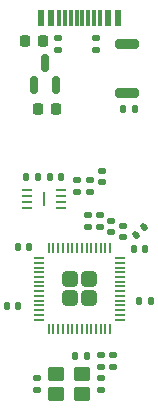
<source format=gbr>
%TF.GenerationSoftware,KiCad,Pcbnew,9.0.6*%
%TF.CreationDate,2025-12-19T19:37:15+11:00*%
%TF.ProjectId,Devboard,44657662-6f61-4726-942e-6b696361645f,rev?*%
%TF.SameCoordinates,Original*%
%TF.FileFunction,Paste,Top*%
%TF.FilePolarity,Positive*%
%FSLAX46Y46*%
G04 Gerber Fmt 4.6, Leading zero omitted, Abs format (unit mm)*
G04 Created by KiCad (PCBNEW 9.0.6) date 2025-12-19 19:37:15*
%MOMM*%
%LPD*%
G01*
G04 APERTURE LIST*
G04 Aperture macros list*
%AMRoundRect*
0 Rectangle with rounded corners*
0 $1 Rounding radius*
0 $2 $3 $4 $5 $6 $7 $8 $9 X,Y pos of 4 corners*
0 Add a 4 corners polygon primitive as box body*
4,1,4,$2,$3,$4,$5,$6,$7,$8,$9,$2,$3,0*
0 Add four circle primitives for the rounded corners*
1,1,$1+$1,$2,$3*
1,1,$1+$1,$4,$5*
1,1,$1+$1,$6,$7*
1,1,$1+$1,$8,$9*
0 Add four rect primitives between the rounded corners*
20,1,$1+$1,$2,$3,$4,$5,0*
20,1,$1+$1,$4,$5,$6,$7,0*
20,1,$1+$1,$6,$7,$8,$9,0*
20,1,$1+$1,$8,$9,$2,$3,0*%
G04 Aperture macros list end*
%ADD10RoundRect,0.200000X-0.800000X0.200000X-0.800000X-0.200000X0.800000X-0.200000X0.800000X0.200000X0*%
%ADD11RoundRect,0.150000X0.150000X-0.587500X0.150000X0.587500X-0.150000X0.587500X-0.150000X-0.587500X0*%
%ADD12RoundRect,0.140000X0.170000X-0.140000X0.170000X0.140000X-0.170000X0.140000X-0.170000X-0.140000X0*%
%ADD13RoundRect,0.140000X0.140000X0.170000X-0.140000X0.170000X-0.140000X-0.170000X0.140000X-0.170000X0*%
%ADD14RoundRect,0.140000X-0.140000X-0.170000X0.140000X-0.170000X0.140000X0.170000X-0.140000X0.170000X0*%
%ADD15R,0.600000X1.450000*%
%ADD16R,0.300000X1.450000*%
%ADD17RoundRect,0.249999X-0.395001X-0.395001X0.395001X-0.395001X0.395001X0.395001X-0.395001X0.395001X0*%
%ADD18RoundRect,0.050000X-0.387500X-0.050000X0.387500X-0.050000X0.387500X0.050000X-0.387500X0.050000X0*%
%ADD19RoundRect,0.050000X-0.050000X-0.387500X0.050000X-0.387500X0.050000X0.387500X-0.050000X0.387500X0*%
%ADD20RoundRect,0.140000X0.021213X-0.219203X0.219203X-0.021213X-0.021213X0.219203X-0.219203X0.021213X0*%
%ADD21RoundRect,0.135000X-0.135000X-0.185000X0.135000X-0.185000X0.135000X0.185000X-0.135000X0.185000X0*%
%ADD22RoundRect,0.225000X0.225000X0.250000X-0.225000X0.250000X-0.225000X-0.250000X0.225000X-0.250000X0*%
%ADD23RoundRect,0.135000X0.135000X0.185000X-0.135000X0.185000X-0.135000X-0.185000X0.135000X-0.185000X0*%
%ADD24RoundRect,0.135000X0.185000X-0.135000X0.185000X0.135000X-0.185000X0.135000X-0.185000X-0.135000X0*%
%ADD25RoundRect,0.040000X-0.040000X-0.605000X0.040000X-0.605000X0.040000X0.605000X-0.040000X0.605000X0*%
%ADD26RoundRect,0.062500X-0.387500X-0.062500X0.387500X-0.062500X0.387500X0.062500X-0.387500X0.062500X0*%
%ADD27RoundRect,0.140000X-0.170000X0.140000X-0.170000X-0.140000X0.170000X-0.140000X0.170000X0.140000X0*%
%ADD28RoundRect,0.250000X0.450000X0.350000X-0.450000X0.350000X-0.450000X-0.350000X0.450000X-0.350000X0*%
G04 APERTURE END LIST*
D10*
%TO.C,SW1*%
X164500000Y-98750000D03*
X164500000Y-102950000D03*
%TD*%
D11*
%TO.C,U2*%
X156650000Y-102250000D03*
X158550000Y-102250000D03*
X157600000Y-100375000D03*
%TD*%
D12*
%TO.C,C6*%
X161350000Y-111280000D03*
X161350000Y-110320000D03*
%TD*%
D13*
%TO.C,C3*%
X155330000Y-120950000D03*
X154370000Y-120950000D03*
%TD*%
D14*
%TO.C,C8*%
X165120000Y-116100000D03*
X166080000Y-116100000D03*
%TD*%
%TO.C,C17*%
X157990000Y-110050000D03*
X158950000Y-110050000D03*
%TD*%
D15*
%TO.C,J1*%
X163750000Y-96545000D03*
X162950000Y-96545000D03*
D16*
X161750000Y-96545000D03*
X160750000Y-96545000D03*
X160250000Y-96545000D03*
X159250000Y-96545000D03*
D15*
X158050000Y-96545000D03*
X157250000Y-96545000D03*
X157250000Y-96545000D03*
X158050000Y-96545000D03*
D16*
X158750000Y-96545000D03*
X159750000Y-96545000D03*
X161250000Y-96545000D03*
X162250000Y-96545000D03*
D15*
X162950000Y-96545000D03*
X163750000Y-96545000D03*
%TD*%
D12*
%TO.C,C12*%
X160300000Y-111280000D03*
X160300000Y-110320000D03*
%TD*%
D17*
%TO.C,U1*%
X159700000Y-118700000D03*
X159700000Y-120300000D03*
X161300000Y-118700000D03*
X161300000Y-120300000D03*
D18*
X157062500Y-116900000D03*
X157062500Y-117300000D03*
X157062500Y-117700000D03*
X157062500Y-118100000D03*
X157062500Y-118500000D03*
X157062500Y-118900000D03*
X157062500Y-119300000D03*
X157062500Y-119700000D03*
X157062500Y-120100000D03*
X157062500Y-120500000D03*
X157062500Y-120900000D03*
X157062500Y-121300000D03*
X157062500Y-121700000D03*
X157062500Y-122100000D03*
D19*
X157900000Y-122937500D03*
X158300000Y-122937500D03*
X158700000Y-122937500D03*
X159100000Y-122937500D03*
X159500000Y-122937500D03*
X159900000Y-122937500D03*
X160300000Y-122937500D03*
X160700000Y-122937500D03*
X161100000Y-122937500D03*
X161500000Y-122937500D03*
X161900000Y-122937500D03*
X162300000Y-122937500D03*
X162700000Y-122937500D03*
X163100000Y-122937500D03*
D18*
X163937500Y-122100000D03*
X163937500Y-121700000D03*
X163937500Y-121300000D03*
X163937500Y-120900000D03*
X163937500Y-120500000D03*
X163937500Y-120100000D03*
X163937500Y-119700000D03*
X163937500Y-119300000D03*
X163937500Y-118900000D03*
X163937500Y-118500000D03*
X163937500Y-118100000D03*
X163937500Y-117700000D03*
X163937500Y-117300000D03*
X163937500Y-116900000D03*
D19*
X163100000Y-116062500D03*
X162700000Y-116062500D03*
X162300000Y-116062500D03*
X161900000Y-116062500D03*
X161500000Y-116062500D03*
X161100000Y-116062500D03*
X160700000Y-116062500D03*
X160300000Y-116062500D03*
X159900000Y-116062500D03*
X159500000Y-116062500D03*
X159100000Y-116062500D03*
X158700000Y-116062500D03*
X158300000Y-116062500D03*
X157900000Y-116062500D03*
%TD*%
D12*
%TO.C,C7*%
X162400000Y-110480000D03*
X162400000Y-109520000D03*
%TD*%
D20*
%TO.C,C1*%
X165310589Y-114939411D03*
X165989411Y-114260589D03*
%TD*%
D13*
%TO.C,C4*%
X156250000Y-116000000D03*
X155290000Y-116000000D03*
%TD*%
D21*
%TO.C,R6*%
X164190000Y-104300000D03*
X165210000Y-104300000D03*
%TD*%
D22*
%TO.C,C14*%
X158525000Y-104312500D03*
X156975000Y-104312500D03*
%TD*%
D12*
%TO.C,C11*%
X163200000Y-114700000D03*
X163200000Y-113740000D03*
%TD*%
D23*
%TO.C,R7*%
X157000000Y-110050000D03*
X155980000Y-110050000D03*
%TD*%
D24*
%TO.C,R2*%
X161900000Y-99320000D03*
X161900000Y-98300000D03*
%TD*%
%TO.C,R3*%
X161200000Y-114300000D03*
X161200000Y-113280000D03*
%TD*%
%TO.C,R1*%
X158700000Y-99310000D03*
X158700000Y-98290000D03*
%TD*%
D12*
%TO.C,C5*%
X164200000Y-115130000D03*
X164200000Y-114170000D03*
%TD*%
D24*
%TO.C,R4*%
X162200000Y-114300000D03*
X162200000Y-113280000D03*
%TD*%
D25*
%TO.C,U3*%
X157500000Y-111900000D03*
D26*
X156075000Y-111150000D03*
X156075000Y-111650000D03*
X156075000Y-112150000D03*
X156075000Y-112650000D03*
X158925000Y-112650000D03*
X158925000Y-112150000D03*
X158925000Y-111650000D03*
X158925000Y-111150000D03*
%TD*%
D27*
%TO.C,C10*%
X163350000Y-125132613D03*
X163350000Y-126092613D03*
%TD*%
D28*
%TO.C,Y1*%
X160710000Y-126712613D03*
X158510000Y-126712613D03*
X158510000Y-128412613D03*
X160710000Y-128412613D03*
%TD*%
D14*
%TO.C,C9*%
X165570000Y-120500000D03*
X166530000Y-120500000D03*
%TD*%
D22*
%TO.C,C13*%
X157425000Y-98550000D03*
X155875000Y-98550000D03*
%TD*%
D12*
%TO.C,C15*%
X156910000Y-128042613D03*
X156910000Y-127082613D03*
%TD*%
D27*
%TO.C,C2*%
X162300000Y-125132613D03*
X162300000Y-126092613D03*
%TD*%
D21*
%TO.C,R5*%
X160150000Y-125212613D03*
X161170000Y-125212613D03*
%TD*%
D27*
%TO.C,C16*%
X162310000Y-127082613D03*
X162310000Y-128042613D03*
%TD*%
M02*

</source>
